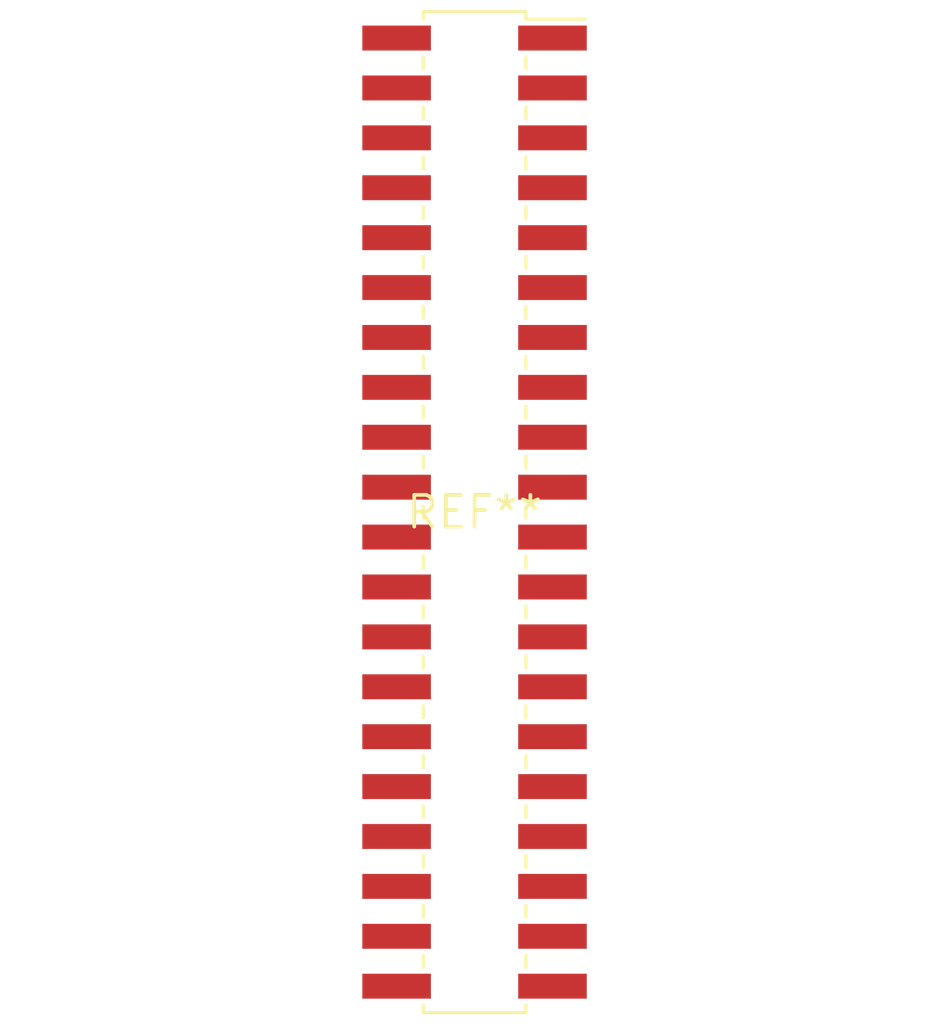
<source format=kicad_pcb>
(kicad_pcb (version 20240108) (generator pcbnew)
  (layers (0 "F.Cu" signal) (31 "B.Cu" signal) (34 "B.Paste" user) (35 "F.Paste" user) (36 "B.SilkS" user "B.Silkscreen") (37 "F.SilkS" user "F.Silkscreen") (38 "B.Mask" user) (39 "F.Mask" user) (44 "Edge.Cuts" user))
  (net 0 "")
  (footprint "PinSocket_2x20_P2.00mm_Vertical_SMD" (layer "F.Cu") (at 0 0)
    (property "Reference" "REF**")
    (property "Value" "PinSocket_2x20_P2.00mm_Vertical_SMD")
    (fp_line (start -2.06 -20.06) (end -2.06 -19.76) (layer "F.SilkS") (stroke (width 0.12)))
    (fp_line (start -2.06 -20.06) (end 2.06 -20.06) (layer "F.SilkS") (stroke (width 0.12)))
    (fp_line (start -2.06 -18.24) (end -2.06 -17.76) (layer "F.SilkS") (stroke (width 0.12)))
    (fp_line (start -2.06 -16.24) (end -2.06 -15.76) (layer "F.SilkS") (stroke (width 0.12)))
    (fp_line (start -2.06 -14.24) (end -2.06 -13.76) (layer "F.SilkS") (stroke (width 0.12)))
    (fp_line (start -2.06 -12.24) (end -2.06 -11.76) (layer "F.SilkS") (stroke (width 0.12)))
    (fp_line (start -2.06 -10.24) (end -2.06 -9.76) (layer "F.SilkS") (stroke (width 0.12)))
    (fp_line (start -2.06 -8.24) (end -2.06 -7.76) (layer "F.SilkS") (stroke (width 0.12)))
    (fp_line (start -2.06 -6.24) (end -2.06 -5.76) (layer "F.SilkS") (stroke (width 0.12)))
    (fp_line (start -2.06 -4.24) (end -2.06 -3.76) (layer "F.SilkS") (stroke (width 0.12)))
    (fp_line (start -2.06 -2.24) (end -2.06 -1.76) (layer "F.SilkS") (stroke (width 0.12)))
    (fp_line (start -2.06 -0.24) (end -2.06 0.24) (layer "F.SilkS") (stroke (width 0.12)))
    (fp_line (start -2.06 1.76) (end -2.06 2.24) (layer "F.SilkS") (stroke (width 0.12)))
    (fp_line (start -2.06 3.76) (end -2.06 4.24) (layer "F.SilkS") (stroke (width 0.12)))
    (fp_line (start -2.06 5.76) (end -2.06 6.24) (layer "F.SilkS") (stroke (width 0.12)))
    (fp_line (start -2.06 7.76) (end -2.06 8.24) (layer "F.SilkS") (stroke (width 0.12)))
    (fp_line (start -2.06 9.76) (end -2.06 10.24) (layer "F.SilkS") (stroke (width 0.12)))
    (fp_line (start -2.06 11.76) (end -2.06 12.24) (layer "F.SilkS") (stroke (width 0.12)))
    (fp_line (start -2.06 13.76) (end -2.06 14.24) (layer "F.SilkS") (stroke (width 0.12)))
    (fp_line (start -2.06 15.76) (end -2.06 16.24) (layer "F.SilkS") (stroke (width 0.12)))
    (fp_line (start -2.06 17.76) (end -2.06 18.24) (layer "F.SilkS") (stroke (width 0.12)))
    (fp_line (start -2.06 19.76) (end -2.06 20.06) (layer "F.SilkS") (stroke (width 0.12)))
    (fp_line (start -2.06 20.06) (end 2.06 20.06) (layer "F.SilkS") (stroke (width 0.12)))
    (fp_line (start 2.06 -20.06) (end 2.06 -19.76) (layer "F.SilkS") (stroke (width 0.12)))
    (fp_line (start 2.06 -19.76) (end 4.44 -19.76) (layer "F.SilkS") (stroke (width 0.12)))
    (fp_line (start 2.06 -18.24) (end 2.06 -17.76) (layer "F.SilkS") (stroke (width 0.12)))
    (fp_line (start 2.06 -16.24) (end 2.06 -15.76) (layer "F.SilkS") (stroke (width 0.12)))
    (fp_line (start 2.06 -14.24) (end 2.06 -13.76) (layer "F.SilkS") (stroke (width 0.12)))
    (fp_line (start 2.06 -12.24) (end 2.06 -11.76) (layer "F.SilkS") (stroke (width 0.12)))
    (fp_line (start 2.06 -10.24) (end 2.06 -9.76) (layer "F.SilkS") (stroke (width 0.12)))
    (fp_line (start 2.06 -8.24) (end 2.06 -7.76) (layer "F.SilkS") (stroke (width 0.12)))
    (fp_line (start 2.06 -6.24) (end 2.06 -5.76) (layer "F.SilkS") (stroke (width 0.12)))
    (fp_line (start 2.06 -4.24) (end 2.06 -3.76) (layer "F.SilkS") (stroke (width 0.12)))
    (fp_line (start 2.06 -2.24) (end 2.06 -1.76) (layer "F.SilkS") (stroke (width 0.12)))
    (fp_line (start 2.06 -0.24) (end 2.06 0.24) (layer "F.SilkS") (stroke (width 0.12)))
    (fp_line (start 2.06 1.76) (end 2.06 2.24) (layer "F.SilkS") (stroke (width 0.12)))
    (fp_line (start 2.06 3.76) (end 2.06 4.24) (layer "F.SilkS") (stroke (width 0.12)))
    (fp_line (start 2.06 5.76) (end 2.06 6.24) (layer "F.SilkS") (stroke (width 0.12)))
    (fp_line (start 2.06 7.76) (end 2.06 8.24) (layer "F.SilkS") (stroke (width 0.12)))
    (fp_line (start 2.06 9.76) (end 2.06 10.24) (layer "F.SilkS") (stroke (width 0.12)))
    (fp_line (start 2.06 11.76) (end 2.06 12.24) (layer "F.SilkS") (stroke (width 0.12)))
    (fp_line (start 2.06 13.76) (end 2.06 14.24) (layer "F.SilkS") (stroke (width 0.12)))
    (fp_line (start 2.06 15.76) (end 2.06 16.24) (layer "F.SilkS") (stroke (width 0.12)))
    (fp_line (start 2.06 17.76) (end 2.06 18.24) (layer "F.SilkS") (stroke (width 0.12)))
    (fp_line (start 2.06 19.76) (end 2.06 20.06) (layer "F.SilkS") (stroke (width 0.12)))
    (pad "1" smd rect (at 3.125 -19) (size 2.75 1) (layers "F.Cu" "F.Paste" "F.Mask"))
    (pad "2" smd rect (at -3.125 -19) (size 2.75 1) (layers "F.Cu" "F.Paste" "F.Mask"))
    (pad "3" smd rect (at 3.125 -17) (size 2.75 1) (layers "F.Cu" "F.Paste" "F.Mask"))
    (pad "4" smd rect (at -3.125 -17) (size 2.75 1) (layers "F.Cu" "F.Paste" "F.Mask"))
    (pad "5" smd rect (at 3.125 -15) (size 2.75 1) (layers "F.Cu" "F.Paste" "F.Mask"))
    (pad "6" smd rect (at -3.125 -15) (size 2.75 1) (layers "F.Cu" "F.Paste" "F.Mask"))
    (pad "7" smd rect (at 3.125 -13) (size 2.75 1) (layers "F.Cu" "F.Paste" "F.Mask"))
    (pad "8" smd rect (at -3.125 -13) (size 2.75 1) (layers "F.Cu" "F.Paste" "F.Mask"))
    (pad "9" smd rect (at 3.125 -11) (size 2.75 1) (layers "F.Cu" "F.Paste" "F.Mask"))
    (pad "10" smd rect (at -3.125 -11) (size 2.75 1) (layers "F.Cu" "F.Paste" "F.Mask"))
    (pad "11" smd rect (at 3.125 -9) (size 2.75 1) (layers "F.Cu" "F.Paste" "F.Mask"))
    (pad "12" smd rect (at -3.125 -9) (size 2.75 1) (layers "F.Cu" "F.Paste" "F.Mask"))
    (pad "13" smd rect (at 3.125 -7) (size 2.75 1) (layers "F.Cu" "F.Paste" "F.Mask"))
    (pad "14" smd rect (at -3.125 -7) (size 2.75 1) (layers "F.Cu" "F.Paste" "F.Mask"))
    (pad "15" smd rect (at 3.125 -5) (size 2.75 1) (layers "F.Cu" "F.Paste" "F.Mask"))
    (pad "16" smd rect (at -3.125 -5) (size 2.75 1) (layers "F.Cu" "F.Paste" "F.Mask"))
    (pad "17" smd rect (at 3.125 -3) (size 2.75 1) (layers "F.Cu" "F.Paste" "F.Mask"))
    (pad "18" smd rect (at -3.125 -3) (size 2.75 1) (layers "F.Cu" "F.Paste" "F.Mask"))
    (pad "19" smd rect (at 3.125 -1) (size 2.75 1) (layers "F.Cu" "F.Paste" "F.Mask"))
    (pad "20" smd rect (at -3.125 -1) (size 2.75 1) (layers "F.Cu" "F.Paste" "F.Mask"))
    (pad "21" smd rect (at 3.125 1) (size 2.75 1) (layers "F.Cu" "F.Paste" "F.Mask"))
    (pad "22" smd rect (at -3.125 1) (size 2.75 1) (layers "F.Cu" "F.Paste" "F.Mask"))
    (pad "23" smd rect (at 3.125 3) (size 2.75 1) (layers "F.Cu" "F.Paste" "F.Mask"))
    (pad "24" smd rect (at -3.125 3) (size 2.75 1) (layers "F.Cu" "F.Paste" "F.Mask"))
    (pad "25" smd rect (at 3.125 5) (size 2.75 1) (layers "F.Cu" "F.Paste" "F.Mask"))
    (pad "26" smd rect (at -3.125 5) (size 2.75 1) (layers "F.Cu" "F.Paste" "F.Mask"))
    (pad "27" smd rect (at 3.125 7) (size 2.75 1) (layers "F.Cu" "F.Paste" "F.Mask"))
    (pad "28" smd rect (at -3.125 7) (size 2.75 1) (layers "F.Cu" "F.Paste" "F.Mask"))
    (pad "29" smd rect (at 3.125 9) (size 2.75 1) (layers "F.Cu" "F.Paste" "F.Mask"))
    (pad "30" smd rect (at -3.125 9) (size 2.75 1) (layers "F.Cu" "F.Paste" "F.Mask"))
    (pad "31" smd rect (at 3.125 11) (size 2.75 1) (layers "F.Cu" "F.Paste" "F.Mask"))
    (pad "32" smd rect (at -3.125 11) (size 2.75 1) (layers "F.Cu" "F.Paste" "F.Mask"))
    (pad "33" smd rect (at 3.125 13) (size 2.75 1) (layers "F.Cu" "F.Paste" "F.Mask"))
    (pad "34" smd rect (at -3.125 13) (size 2.75 1) (layers "F.Cu" "F.Paste" "F.Mask"))
    (pad "35" smd rect (at 3.125 15) (size 2.75 1) (layers "F.Cu" "F.Paste" "F.Mask"))
    (pad "36" smd rect (at -3.125 15) (size 2.75 1) (layers "F.Cu" "F.Paste" "F.Mask"))
    (pad "37" smd rect (at 3.125 17) (size 2.75 1) (layers "F.Cu" "F.Paste" "F.Mask"))
    (pad "38" smd rect (at -3.125 17) (size 2.75 1) (layers "F.Cu" "F.Paste" "F.Mask"))
    (pad "39" smd rect (at 3.125 19) (size 2.75 1) (layers "F.Cu" "F.Paste" "F.Mask"))
    (pad "40" smd rect (at -3.125 19) (size 2.75 1) (layers "F.Cu" "F.Paste" "F.Mask"))
  )
)
</source>
